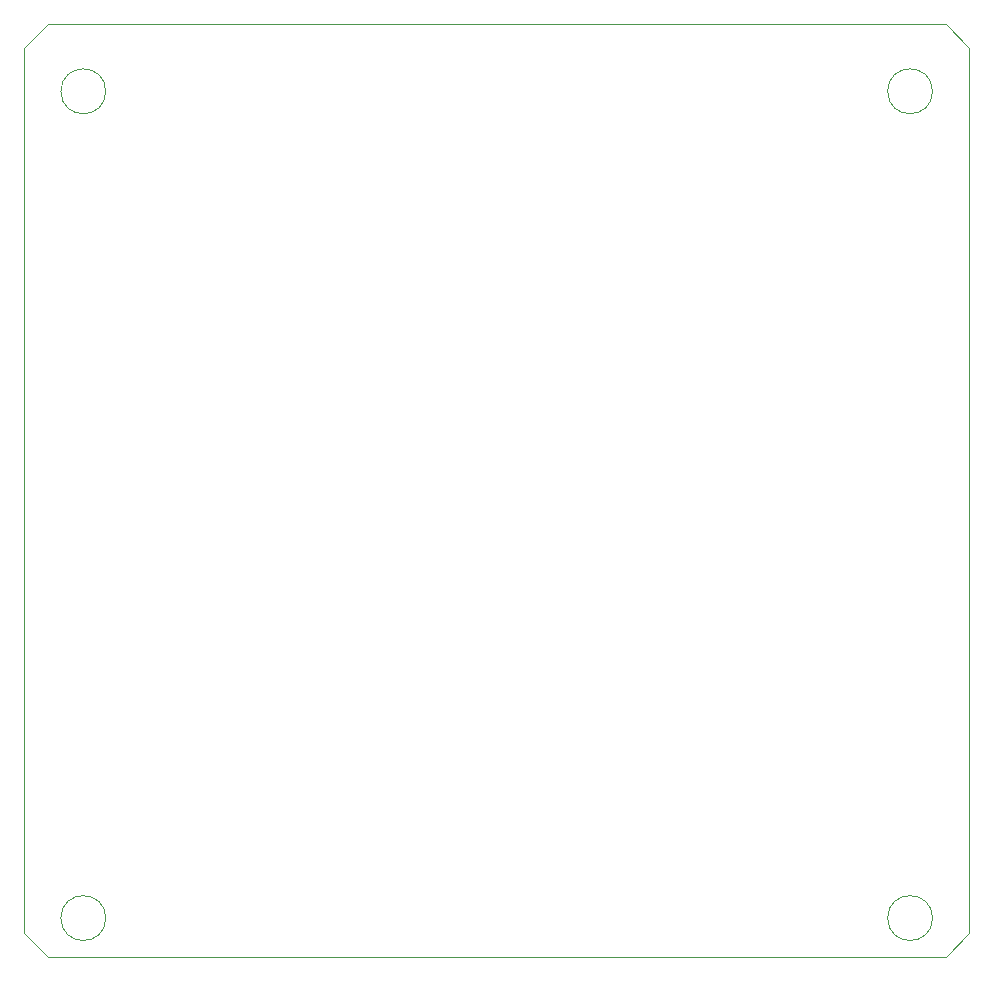
<source format=gbr>
%TF.GenerationSoftware,KiCad,Pcbnew,7.0.11*%
%TF.CreationDate,2024-12-11T15:28:39-03:00*%
%TF.ProjectId,Placa_DetectorParticulas,506c6163-615f-4446-9574-6563746f7250,rev?*%
%TF.SameCoordinates,Original*%
%TF.FileFunction,Profile,NP*%
%FSLAX46Y46*%
G04 Gerber Fmt 4.6, Leading zero omitted, Abs format (unit mm)*
G04 Created by KiCad (PCBNEW 7.0.11) date 2024-12-11 15:28:39*
%MOMM*%
%LPD*%
G01*
G04 APERTURE LIST*
%TA.AperFunction,Profile*%
%ADD10C,0.100000*%
%TD*%
G04 APERTURE END LIST*
D10*
X52000000Y-146000000D02*
X50000000Y-144000000D01*
X50000000Y-69000000D02*
X52000000Y-67000000D01*
X50000000Y-144000000D02*
X50000000Y-69000000D01*
X52000000Y-67000000D02*
X128000000Y-67000000D01*
X126900000Y-142700000D02*
G75*
G03*
X123100000Y-142700000I-1900000J0D01*
G01*
X123100000Y-142700000D02*
G75*
G03*
X126900000Y-142700000I1900000J0D01*
G01*
X128000000Y-146000000D02*
X52000000Y-146000000D01*
X56900000Y-72700000D02*
G75*
G03*
X53100000Y-72700000I-1900000J0D01*
G01*
X53100000Y-72700000D02*
G75*
G03*
X56900000Y-72700000I1900000J0D01*
G01*
X128000000Y-67000000D02*
X130000000Y-69000000D01*
X130000000Y-69000000D02*
X130000000Y-144000000D01*
X56900000Y-142700000D02*
G75*
G03*
X53100000Y-142700000I-1900000J0D01*
G01*
X53100000Y-142700000D02*
G75*
G03*
X56900000Y-142700000I1900000J0D01*
G01*
X126900000Y-72700000D02*
G75*
G03*
X123100000Y-72700000I-1900000J0D01*
G01*
X123100000Y-72700000D02*
G75*
G03*
X126900000Y-72700000I1900000J0D01*
G01*
X130000000Y-144000000D02*
X128000000Y-146000000D01*
M02*

</source>
